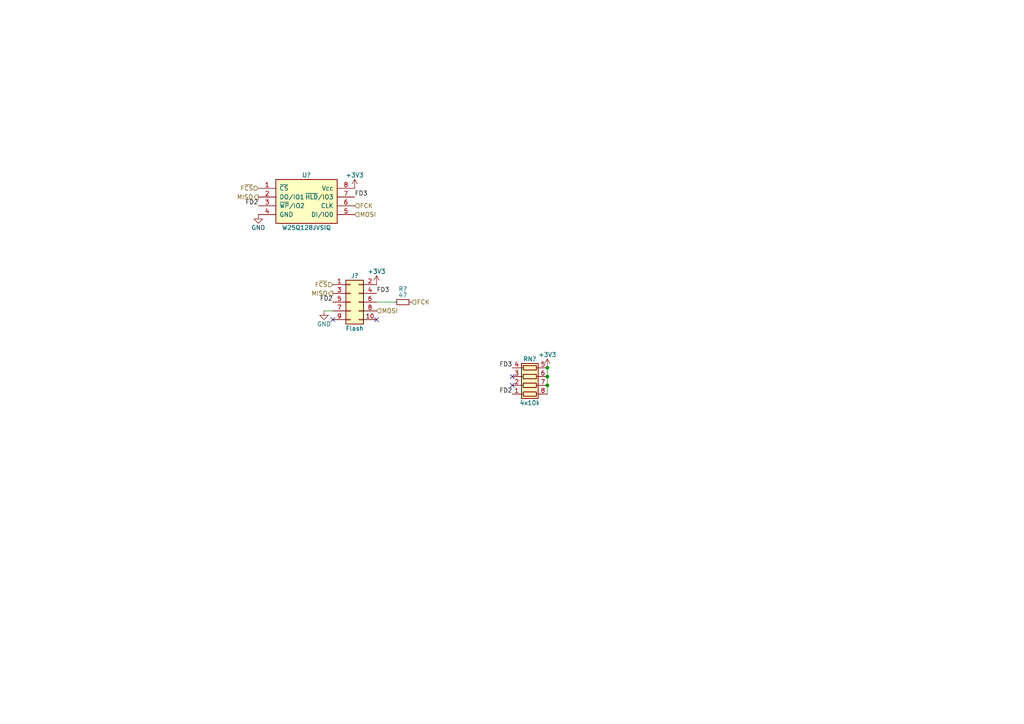
<source format=kicad_sch>
(kicad_sch (version 20211123) (generator eeschema)
  (paper "A4")
  (lib_symbols
    (symbol "Connector_Generic:Conn_02x05_Odd_Even" (pin_names (offset 1.016) hide)
      (property "Reference" "J" (at 1.27 7.62 0))
      (property "Value" "Conn_02x05_Odd_Even" (at 1.27 -7.62 0))
      (symbol "Conn_02x05_Odd_Even_1_1"
        (rectangle (start -1.27 -4.953) (end 0 -5.207) (stroke (width 0.1524)))
        (rectangle (start -1.27 -2.413) (end 0 -2.667) (stroke (width 0.1524)))
        (rectangle (start -1.27 0.127) (end 0 -0.127) (stroke (width 0.1524)))
        (rectangle (start -1.27 2.667) (end 0 2.413) (stroke (width 0.1524)))
        (rectangle (start -1.27 5.207) (end 0 4.953) (stroke (width 0.1524)))
        (rectangle (start -1.27 6.35) (end 3.81 -6.35) (stroke (width 0.254)) (fill (type background)))
        (rectangle (start 3.81 -4.953) (end 2.54 -5.207) (stroke (width 0.1524)))
        (rectangle (start 3.81 -2.413) (end 2.54 -2.667) (stroke (width 0.1524)))
        (rectangle (start 3.81 0.127) (end 2.54 -0.127) (stroke (width 0.1524)))
        (rectangle (start 3.81 2.667) (end 2.54 2.413) (stroke (width 0.1524)))
        (rectangle (start 3.81 5.207) (end 2.54 4.953) (stroke (width 0.1524)))
        (pin passive line (at -5.08 5.08 0) (length 3.81) (name "Pin_1") (number "1"))
        (pin passive line (at 7.62 -5.08 180) (length 3.81) (name "Pin_10") (number "10"))
        (pin passive line (at 7.62 5.08 180) (length 3.81) (name "Pin_2") (number "2"))
        (pin passive line (at -5.08 2.54 0) (length 3.81) (name "Pin_3") (number "3"))
        (pin passive line (at 7.62 2.54 180) (length 3.81) (name "Pin_4") (number "4"))
        (pin passive line (at -5.08 0 0) (length 3.81) (name "Pin_5") (number "5"))
        (pin passive line (at 7.62 0 180) (length 3.81) (name "Pin_6") (number "6"))
        (pin passive line (at -5.08 -2.54 0) (length 3.81) (name "Pin_7") (number "7"))
        (pin passive line (at 7.62 -2.54 180) (length 3.81) (name "Pin_8") (number "8"))
        (pin passive line (at -5.08 -5.08 0) (length 3.81) (name "Pin_9") (number "9"))
      )
    )
    (symbol "Device:R_Pack04" (pin_names (offset 0) hide)
      (property "Reference" "RN" (at -7.62 0 90))
      (property "Value" "R_Pack04" (at 5.08 0 90))
      (symbol "R_Pack04_0_1"
        (rectangle (start -6.35 -2.413) (end 3.81 2.413) (stroke (width 0.254)) (fill (type background)))
        (rectangle (start -5.715 1.905) (end -4.445 -1.905) (stroke (width 0.254)))
        (rectangle (start -3.175 1.905) (end -1.905 -1.905) (stroke (width 0.254)))
        (rectangle (start -0.635 1.905) (end 0.635 -1.905) (stroke (width 0.254)))
        (polyline (pts (xy -5.08 -2.54) (xy -5.08 -1.905)))
        (polyline (pts (xy -5.08 1.905) (xy -5.08 2.54)))
        (polyline (pts (xy -2.54 -2.54) (xy -2.54 -1.905)))
        (polyline (pts (xy -2.54 1.905) (xy -2.54 2.54)))
        (polyline (pts (xy 0 -2.54) (xy 0 -1.905)))
        (polyline (pts (xy 0 1.905) (xy 0 2.54)))
        (polyline (pts (xy 2.54 -2.54) (xy 2.54 -1.905)))
        (polyline (pts (xy 2.54 1.905) (xy 2.54 2.54)))
        (rectangle (start 1.905 1.905) (end 3.175 -1.905) (stroke (width 0.254)))
      )
      (symbol "R_Pack04_1_1"
        (pin passive line (at -5.08 -5.08 90) (length 2.54) (name "R1.1") (number "1"))
        (pin passive line (at -2.54 -5.08 90) (length 2.54) (name "R2.1") (number "2"))
        (pin passive line (at 0 -5.08 90) (length 2.54) (name "R3.1") (number "3"))
        (pin passive line (at 2.54 -5.08 90) (length 2.54) (name "R4.1") (number "4"))
        (pin passive line (at 2.54 5.08 270) (length 2.54) (name "R4.2") (number "5"))
        (pin passive line (at 0 5.08 270) (length 2.54) (name "R3.2") (number "6"))
        (pin passive line (at -2.54 5.08 270) (length 2.54) (name "R2.2") (number "7"))
        (pin passive line (at -5.08 5.08 270) (length 2.54) (name "R1.2") (number "8"))
      )
    )
    (symbol "Device:R_Small" (pin_numbers hide) (pin_names (offset 0.254) hide)
      (property "Reference" "R" (at 0.762 0.508 0))
      (property "Value" "R_Small" (at 0.762 -1.016 0))
      (symbol "R_Small_0_1"
        (rectangle (start -0.762 1.778) (end 0.762 -1.778) (stroke (width 0.2032)))
      )
      (symbol "R_Small_1_1"
        (pin passive line (at 0 2.54 270) (length 0.762) (name "~") (number "1"))
        (pin passive line (at 0 -2.54 90) (length 0.762) (name "~") (number "2"))
      )
    )
    (symbol "GW_RAM:SPIFlash-SO-8" (pin_names (offset 1.016))
      (property "Reference" "U" (at 0 8.89 0))
      (property "Value" "SPIFlash-SO-8" (at 0 -6.35 0))
      (symbol "SPIFlash-SO-8_0_1"
        (rectangle (start -8.89 7.62) (end 8.89 -5.08) (stroke (width 0.254)) (fill (type background)))
      )
      (symbol "SPIFlash-SO-8_1_1"
        (pin input line (at -13.97 5.08 0) (length 5.08) (name "~{CS}") (number "1"))
        (pin bidirectional line (at -13.97 2.54 0) (length 5.08) (name "DO/IO1") (number "2"))
        (pin bidirectional line (at -13.97 0 0) (length 5.08) (name "~{WP}/IO2") (number "3"))
        (pin power_in line (at -13.97 -2.54 0) (length 5.08) (name "GND") (number "4"))
        (pin bidirectional line (at 13.97 -2.54 180) (length 5.08) (name "DI/IO0") (number "5"))
        (pin input line (at 13.97 0 180) (length 5.08) (name "CLK") (number "6"))
        (pin bidirectional line (at 13.97 2.54 180) (length 5.08) (name "~{HLD}/IO3") (number "7"))
        (pin power_in line (at 13.97 5.08 180) (length 5.08) (name "Vcc") (number "8"))
      )
    )
    (symbol "power:+3V3" (power) (pin_names (offset 0))
      (property "Value" "+3V3" (at 0 3.556 0))
      (symbol "+3V3_0_1"
        (polyline (pts (xy -0.762 1.27) (xy 0 2.54)))
        (polyline (pts (xy 0 0) (xy 0 2.54)))
        (polyline (pts (xy 0 2.54) (xy 0.762 1.27)))
      )
      (symbol "+3V3_1_1"
        (pin power_in line (at 0 0 90) (length 0) hide (name "+3V3") (number "1"))
      )
    )
    (symbol "power:GND" (power) (pin_names (offset 0))
      (property "Value" "GND" (at 0 -3.81 0))
      (symbol "GND_0_1"
        (polyline (pts (xy 0 0) (xy 0 -1.27) (xy 1.27 -1.27) (xy 0 -2.54) (xy -1.27 -1.27) (xy 0 -1.27)))
      )
      (symbol "GND_1_1"
        (pin power_in line (at 0 0 270) (length 0) hide (name "GND") (number "1"))
      )
    )
  )
  (junction (at 158.75 106.68))
  (junction (at 158.75 109.22))
  (junction (at 158.75 111.76))
  (no_connect (at 148.59 111.76))
  (no_connect (at 148.59 109.22))
  (no_connect (at 109.22 92.71))
  (no_connect (at 96.52 92.71))
  (wire (pts (xy 114.3 87.63) (xy 109.22 87.63)))
  (wire (pts (xy 158.75 109.22) (xy 158.75 111.76)))
  (wire (pts (xy 158.75 106.68) (xy 158.75 109.22)))
  (wire (pts (xy 93.98 90.17) (xy 96.52 90.17)))
  (wire (pts (xy 158.75 111.76) (xy 158.75 114.3)))
  (label "FD2" (at 148.59 114.3 180))
  (label "FD2" (at 96.52 87.63 180))
  (label "FD3" (at 102.87 57.15 0))
  (label "FD3" (at 148.59 106.68 180))
  (label "FD2" (at 74.93 59.69 180))
  (label "FD3" (at 109.22 85.09 0))
  (hierarchical_label "F~{CS}" (shape input) (at 74.93 54.61 180))
  (hierarchical_label "MISO" (shape output) (at 96.52 85.09 180))
  (hierarchical_label "F~{CS}" (shape input) (at 96.52 82.55 180))
  (hierarchical_label "MOSI" (shape input) (at 102.87 62.23 0))
  (hierarchical_label "MOSI" (shape input) (at 109.22 90.17 0))
  (hierarchical_label "MISO" (shape output) (at 74.93 57.15 180))
  (hierarchical_label "FCK" (shape input) (at 102.87 59.69 0))
  (hierarchical_label "FCK" (shape input) (at 119.38 87.63 0))
  (symbol (lib_id "Device:R_Pack04") (at 153.67 109.22 270) (mirror x) (unit 1)
    (property "Reference" "RN?" (at 153.67 104.14 90))
    (property "Value" "4x10k" (at 153.67 116.84 90))
    (property "Footprint" "stdpads:R4_0402" (effects hide))
    (property "LCSC Part" "C25725" (effects hide))
  )
  (symbol (lib_id "Device:R_Small") (at 116.84 87.63 270) (unit 1)
    (property "Reference" "R?" (at 116.84 83.82 90))
    (property "Value" "47" (at 116.84 86.36 90) (effects (justify bottom)))
    (property "Footprint" "stdpads:R_0603" (effects hide))
  )
  (symbol (lib_id "GW_RAM:SPIFlash-SO-8") (at 88.9 59.69 0) (unit 1)
    (property "Reference" "U?" (at 88.9 50.8 0))
    (property "Value" "W25Q128JVSIQ" (at 88.9 66.04 0))
    (property "Footprint" "stdpads:SOIC-8_5.3mm" (effects hide))
    (property "LCSC Part" "C164122" (effects hide))
  )
  (symbol (lib_id "power:+3V3") (at 158.75 106.68 0) (mirror y) (unit 1)
    (property "Reference" "#PWR?" (effects hide))
    (property "Value" "+3V3" (at 158.75 102.87 0))
  )
  (symbol (lib_id "power:+3V3") (at 109.22 82.55 0) (unit 1)
    (property "Reference" "#PWR?" (effects hide))
    (property "Value" "+3V3" (at 109.22 78.74 0))
  )
  (symbol (lib_id "Connector_Generic:Conn_02x05_Odd_Even") (at 101.6 87.63 0) (unit 1)
    (property "Reference" "J?" (at 102.87 80.01 0))
    (property "Value" "Flash" (at 102.87 95.25 0))
    (property "Footprint" "Connector:Tag-Connect_TC2050-IDC-FP_2x05_P1.27mm_Vertical" (effects hide))
  )
  (symbol (lib_id "power:+3V3") (at 102.87 54.61 0) (unit 1)
    (property "Reference" "#PWR?" (effects hide))
    (property "Value" "+3V3" (at 102.87 50.8 0))
  )
  (symbol (lib_id "power:GND") (at 74.93 62.23 0) (unit 1)
    (property "Reference" "#PWR?" (effects hide))
    (property "Value" "GND" (at 74.93 66.04 0))
  )
  (symbol (lib_id "power:GND") (at 93.98 90.17 0) (unit 1)
    (property "Reference" "#PWR?" (effects hide))
    (property "Value" "GND" (at 93.98 93.98 0))
  )
)
</source>
